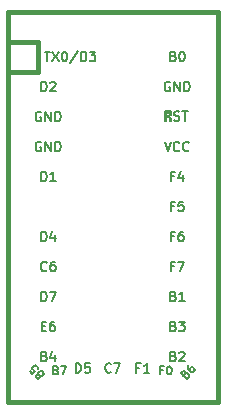
<source format=gto>
%TF.GenerationSoftware,KiCad,Pcbnew,(6.0.1)*%
%TF.CreationDate,2022-02-09T02:20:10+01:00*%
%TF.ProjectId,choc660,63686f63-3636-4302-9e6b-696361645f70,rev?*%
%TF.SameCoordinates,Original*%
%TF.FileFunction,Legend,Top*%
%TF.FilePolarity,Positive*%
%FSLAX46Y46*%
G04 Gerber Fmt 4.6, Leading zero omitted, Abs format (unit mm)*
G04 Created by KiCad (PCBNEW (6.0.1)) date 2022-02-09 02:20:10*
%MOMM*%
%LPD*%
G01*
G04 APERTURE LIST*
%ADD10C,0.150000*%
%ADD11C,0.381000*%
%ADD12R,1.752600X1.752600*%
%ADD13C,1.752600*%
%ADD14C,1.200000*%
%ADD15C,1.700000*%
%ADD16C,3.400000*%
G04 APERTURE END LIST*
D10*
%TO.C,U1*%
X337434690Y-120359607D02*
X337548976Y-120397702D01*
X337587071Y-120435797D01*
X337625166Y-120511988D01*
X337625166Y-120626273D01*
X337587071Y-120702464D01*
X337548976Y-120740559D01*
X337472785Y-120778654D01*
X337168023Y-120778654D01*
X337168023Y-119978654D01*
X337434690Y-119978654D01*
X337510880Y-120016750D01*
X337548976Y-120054845D01*
X337587071Y-120131035D01*
X337587071Y-120207226D01*
X337548976Y-120283416D01*
X337510880Y-120321511D01*
X337434690Y-120359607D01*
X337168023Y-120359607D01*
X337929928Y-120054845D02*
X337968023Y-120016750D01*
X338044214Y-119978654D01*
X338234690Y-119978654D01*
X338310880Y-120016750D01*
X338348976Y-120054845D01*
X338387071Y-120131035D01*
X338387071Y-120207226D01*
X338348976Y-120321511D01*
X337891833Y-120778654D01*
X338387071Y-120778654D01*
X326226976Y-99696750D02*
X326150785Y-99658654D01*
X326036500Y-99658654D01*
X325922214Y-99696750D01*
X325846023Y-99772940D01*
X325807928Y-99849130D01*
X325769833Y-100001511D01*
X325769833Y-100115797D01*
X325807928Y-100268178D01*
X325846023Y-100344369D01*
X325922214Y-100420559D01*
X326036500Y-100458654D01*
X326112690Y-100458654D01*
X326226976Y-100420559D01*
X326265071Y-100382464D01*
X326265071Y-100115797D01*
X326112690Y-100115797D01*
X326607928Y-100458654D02*
X326607928Y-99658654D01*
X327065071Y-100458654D01*
X327065071Y-99658654D01*
X327446023Y-100458654D02*
X327446023Y-99658654D01*
X327636500Y-99658654D01*
X327750785Y-99696750D01*
X327826976Y-99772940D01*
X327865071Y-99849130D01*
X327903166Y-100001511D01*
X327903166Y-100115797D01*
X327865071Y-100268178D01*
X327826976Y-100344369D01*
X327750785Y-100420559D01*
X327636500Y-100458654D01*
X327446023Y-100458654D01*
X337434690Y-115279607D02*
X337548976Y-115317702D01*
X337587071Y-115355797D01*
X337625166Y-115431988D01*
X337625166Y-115546273D01*
X337587071Y-115622464D01*
X337548976Y-115660559D01*
X337472785Y-115698654D01*
X337168023Y-115698654D01*
X337168023Y-114898654D01*
X337434690Y-114898654D01*
X337510880Y-114936750D01*
X337548976Y-114974845D01*
X337587071Y-115051035D01*
X337587071Y-115127226D01*
X337548976Y-115203416D01*
X337510880Y-115241511D01*
X337434690Y-115279607D01*
X337168023Y-115279607D01*
X338387071Y-115698654D02*
X337929928Y-115698654D01*
X338158500Y-115698654D02*
X338158500Y-114898654D01*
X338082309Y-115012940D01*
X338006119Y-115089130D01*
X337929928Y-115127226D01*
X326062491Y-121922452D02*
X326015351Y-121828171D01*
X326015351Y-121781030D01*
X326038921Y-121710320D01*
X326109632Y-121639609D01*
X326180342Y-121616039D01*
X326227483Y-121616039D01*
X326298193Y-121639609D01*
X326486755Y-121828171D01*
X325991780Y-122323146D01*
X325826789Y-122158154D01*
X325803219Y-122087443D01*
X325803219Y-122040303D01*
X325826789Y-121969592D01*
X325873929Y-121922452D01*
X325944640Y-121898882D01*
X325991780Y-121898882D01*
X326062491Y-121922452D01*
X326227483Y-122087443D01*
X325261103Y-121592469D02*
X325496806Y-121828171D01*
X325756078Y-121616039D01*
X325708938Y-121616039D01*
X325638227Y-121592469D01*
X325520376Y-121474617D01*
X325496806Y-121403907D01*
X325496806Y-121356766D01*
X325520376Y-121286056D01*
X325638227Y-121168205D01*
X325708938Y-121144634D01*
X325756078Y-121144634D01*
X325826789Y-121168205D01*
X325944640Y-121286056D01*
X325968210Y-121356766D01*
X325968210Y-121403907D01*
X337434690Y-94959607D02*
X337548976Y-94997702D01*
X337587071Y-95035797D01*
X337625166Y-95111988D01*
X337625166Y-95226273D01*
X337587071Y-95302464D01*
X337548976Y-95340559D01*
X337472785Y-95378654D01*
X337168023Y-95378654D01*
X337168023Y-94578654D01*
X337434690Y-94578654D01*
X337510880Y-94616750D01*
X337548976Y-94654845D01*
X337587071Y-94731035D01*
X337587071Y-94807226D01*
X337548976Y-94883416D01*
X337510880Y-94921511D01*
X337434690Y-94959607D01*
X337168023Y-94959607D01*
X338120404Y-94578654D02*
X338196595Y-94578654D01*
X338272785Y-94616750D01*
X338310880Y-94654845D01*
X338348976Y-94731035D01*
X338387071Y-94883416D01*
X338387071Y-95073892D01*
X338348976Y-95226273D01*
X338310880Y-95302464D01*
X338272785Y-95340559D01*
X338196595Y-95378654D01*
X338120404Y-95378654D01*
X338044214Y-95340559D01*
X338006119Y-95302464D01*
X337968023Y-95226273D01*
X337929928Y-95073892D01*
X337929928Y-94883416D01*
X337968023Y-94731035D01*
X338006119Y-94654845D01*
X338044214Y-94616750D01*
X338120404Y-94578654D01*
X337491833Y-112739607D02*
X337225166Y-112739607D01*
X337225166Y-113158654D02*
X337225166Y-112358654D01*
X337606119Y-112358654D01*
X337834690Y-112358654D02*
X338368023Y-112358654D01*
X338025166Y-113158654D01*
X326284119Y-117819607D02*
X326550785Y-117819607D01*
X326665071Y-118238654D02*
X326284119Y-118238654D01*
X326284119Y-117438654D01*
X326665071Y-117438654D01*
X327350785Y-117438654D02*
X327198404Y-117438654D01*
X327122214Y-117476750D01*
X327084119Y-117514845D01*
X327007928Y-117629130D01*
X326969833Y-117781511D01*
X326969833Y-118086273D01*
X327007928Y-118162464D01*
X327046023Y-118200559D01*
X327122214Y-118238654D01*
X327274595Y-118238654D01*
X327350785Y-118200559D01*
X327388880Y-118162464D01*
X327426976Y-118086273D01*
X327426976Y-117895797D01*
X327388880Y-117819607D01*
X327350785Y-117781511D01*
X327274595Y-117743416D01*
X327122214Y-117743416D01*
X327046023Y-117781511D01*
X327007928Y-117819607D01*
X326969833Y-117895797D01*
X326246023Y-115698654D02*
X326246023Y-114898654D01*
X326436500Y-114898654D01*
X326550785Y-114936750D01*
X326626976Y-115012940D01*
X326665071Y-115089130D01*
X326703166Y-115241511D01*
X326703166Y-115355797D01*
X326665071Y-115508178D01*
X326626976Y-115584369D01*
X326550785Y-115660559D01*
X326436500Y-115698654D01*
X326246023Y-115698654D01*
X326969833Y-114898654D02*
X327503166Y-114898654D01*
X327160309Y-115698654D01*
X327514166Y-121536750D02*
X327614166Y-121570083D01*
X327647500Y-121603416D01*
X327680833Y-121670083D01*
X327680833Y-121770083D01*
X327647500Y-121836750D01*
X327614166Y-121870083D01*
X327547500Y-121903416D01*
X327280833Y-121903416D01*
X327280833Y-121203416D01*
X327514166Y-121203416D01*
X327580833Y-121236750D01*
X327614166Y-121270083D01*
X327647500Y-121336750D01*
X327647500Y-121403416D01*
X327614166Y-121470083D01*
X327580833Y-121503416D01*
X327514166Y-121536750D01*
X327280833Y-121536750D01*
X327914166Y-121203416D02*
X328380833Y-121203416D01*
X328080833Y-121903416D01*
X337148976Y-97156750D02*
X337072785Y-97118654D01*
X336958500Y-97118654D01*
X336844214Y-97156750D01*
X336768023Y-97232940D01*
X336729928Y-97309130D01*
X336691833Y-97461511D01*
X336691833Y-97575797D01*
X336729928Y-97728178D01*
X336768023Y-97804369D01*
X336844214Y-97880559D01*
X336958500Y-97918654D01*
X337034690Y-97918654D01*
X337148976Y-97880559D01*
X337187071Y-97842464D01*
X337187071Y-97575797D01*
X337034690Y-97575797D01*
X337529928Y-97918654D02*
X337529928Y-97118654D01*
X337987071Y-97918654D01*
X337987071Y-97118654D01*
X338368023Y-97918654D02*
X338368023Y-97118654D01*
X338558500Y-97118654D01*
X338672785Y-97156750D01*
X338748976Y-97232940D01*
X338787071Y-97309130D01*
X338825166Y-97461511D01*
X338825166Y-97575797D01*
X338787071Y-97728178D01*
X338748976Y-97804369D01*
X338672785Y-97880559D01*
X338558500Y-97918654D01*
X338368023Y-97918654D01*
X326246023Y-105538654D02*
X326246023Y-104738654D01*
X326436500Y-104738654D01*
X326550785Y-104776750D01*
X326626976Y-104852940D01*
X326665071Y-104929130D01*
X326703166Y-105081511D01*
X326703166Y-105195797D01*
X326665071Y-105348178D01*
X326626976Y-105424369D01*
X326550785Y-105500559D01*
X326436500Y-105538654D01*
X326246023Y-105538654D01*
X327465071Y-105538654D02*
X327007928Y-105538654D01*
X327236500Y-105538654D02*
X327236500Y-104738654D01*
X327160309Y-104852940D01*
X327084119Y-104929130D01*
X327007928Y-104967226D01*
X326703166Y-113082464D02*
X326665071Y-113120559D01*
X326550785Y-113158654D01*
X326474595Y-113158654D01*
X326360309Y-113120559D01*
X326284119Y-113044369D01*
X326246023Y-112968178D01*
X326207928Y-112815797D01*
X326207928Y-112701511D01*
X326246023Y-112549130D01*
X326284119Y-112472940D01*
X326360309Y-112396750D01*
X326474595Y-112358654D01*
X326550785Y-112358654D01*
X326665071Y-112396750D01*
X326703166Y-112434845D01*
X327388880Y-112358654D02*
X327236500Y-112358654D01*
X327160309Y-112396750D01*
X327122214Y-112434845D01*
X327046023Y-112549130D01*
X327007928Y-112701511D01*
X327007928Y-113006273D01*
X327046023Y-113082464D01*
X327084119Y-113120559D01*
X327160309Y-113158654D01*
X327312690Y-113158654D01*
X327388880Y-113120559D01*
X327426976Y-113082464D01*
X327465071Y-113006273D01*
X327465071Y-112815797D01*
X327426976Y-112739607D01*
X327388880Y-112701511D01*
X327312690Y-112663416D01*
X327160309Y-112663416D01*
X327084119Y-112701511D01*
X327046023Y-112739607D01*
X327007928Y-112815797D01*
X336691833Y-102198654D02*
X336958500Y-102998654D01*
X337225166Y-102198654D01*
X337948976Y-102922464D02*
X337910880Y-102960559D01*
X337796595Y-102998654D01*
X337720404Y-102998654D01*
X337606119Y-102960559D01*
X337529928Y-102884369D01*
X337491833Y-102808178D01*
X337453738Y-102655797D01*
X337453738Y-102541511D01*
X337491833Y-102389130D01*
X337529928Y-102312940D01*
X337606119Y-102236750D01*
X337720404Y-102198654D01*
X337796595Y-102198654D01*
X337910880Y-102236750D01*
X337948976Y-102274845D01*
X338748976Y-102922464D02*
X338710880Y-102960559D01*
X338596595Y-102998654D01*
X338520404Y-102998654D01*
X338406119Y-102960559D01*
X338329928Y-102884369D01*
X338291833Y-102808178D01*
X338253738Y-102655797D01*
X338253738Y-102541511D01*
X338291833Y-102389130D01*
X338329928Y-102312940D01*
X338406119Y-102236750D01*
X338520404Y-102198654D01*
X338596595Y-102198654D01*
X338710880Y-102236750D01*
X338748976Y-102274845D01*
X326246023Y-97918654D02*
X326246023Y-97118654D01*
X326436500Y-97118654D01*
X326550785Y-97156750D01*
X326626976Y-97232940D01*
X326665071Y-97309130D01*
X326703166Y-97461511D01*
X326703166Y-97575797D01*
X326665071Y-97728178D01*
X326626976Y-97804369D01*
X326550785Y-97880559D01*
X326436500Y-97918654D01*
X326246023Y-97918654D01*
X327007928Y-97194845D02*
X327046023Y-97156750D01*
X327122214Y-97118654D01*
X327312690Y-97118654D01*
X327388880Y-97156750D01*
X327426976Y-97194845D01*
X327465071Y-97271035D01*
X327465071Y-97347226D01*
X327426976Y-97461511D01*
X326969833Y-97918654D01*
X327465071Y-97918654D01*
X337491833Y-107659607D02*
X337225166Y-107659607D01*
X337225166Y-108078654D02*
X337225166Y-107278654D01*
X337606119Y-107278654D01*
X338291833Y-107278654D02*
X337910880Y-107278654D01*
X337872785Y-107659607D01*
X337910880Y-107621511D01*
X337987071Y-107583416D01*
X338177547Y-107583416D01*
X338253738Y-107621511D01*
X338291833Y-107659607D01*
X338329928Y-107735797D01*
X338329928Y-107926273D01*
X338291833Y-108002464D01*
X338253738Y-108040559D01*
X338177547Y-108078654D01*
X337987071Y-108078654D01*
X337910880Y-108040559D01*
X337872785Y-108002464D01*
X337497286Y-100390559D02*
X337611572Y-100428654D01*
X337802048Y-100428654D01*
X337878239Y-100390559D01*
X337916334Y-100352464D01*
X337954429Y-100276273D01*
X337954429Y-100200083D01*
X337916334Y-100123892D01*
X337878239Y-100085797D01*
X337802048Y-100047702D01*
X337649667Y-100009607D01*
X337573477Y-99971511D01*
X337535381Y-99933416D01*
X337497286Y-99857226D01*
X337497286Y-99781035D01*
X337535381Y-99704845D01*
X337573477Y-99666750D01*
X337649667Y-99628654D01*
X337840143Y-99628654D01*
X337954429Y-99666750D01*
X338183000Y-99628654D02*
X338640143Y-99628654D01*
X338411572Y-100428654D02*
X338411572Y-99628654D01*
X337491833Y-105119607D02*
X337225166Y-105119607D01*
X337225166Y-105538654D02*
X337225166Y-104738654D01*
X337606119Y-104738654D01*
X338253738Y-105005321D02*
X338253738Y-105538654D01*
X338063261Y-104700559D02*
X337872785Y-105271988D01*
X338368023Y-105271988D01*
X326226976Y-102236750D02*
X326150785Y-102198654D01*
X326036500Y-102198654D01*
X325922214Y-102236750D01*
X325846023Y-102312940D01*
X325807928Y-102389130D01*
X325769833Y-102541511D01*
X325769833Y-102655797D01*
X325807928Y-102808178D01*
X325846023Y-102884369D01*
X325922214Y-102960559D01*
X326036500Y-102998654D01*
X326112690Y-102998654D01*
X326226976Y-102960559D01*
X326265071Y-102922464D01*
X326265071Y-102655797D01*
X326112690Y-102655797D01*
X326607928Y-102998654D02*
X326607928Y-102198654D01*
X327065071Y-102998654D01*
X327065071Y-102198654D01*
X327446023Y-102998654D02*
X327446023Y-102198654D01*
X327636500Y-102198654D01*
X327750785Y-102236750D01*
X327826976Y-102312940D01*
X327865071Y-102389130D01*
X327903166Y-102541511D01*
X327903166Y-102655797D01*
X327865071Y-102808178D01*
X327826976Y-102884369D01*
X327750785Y-102960559D01*
X327636500Y-102998654D01*
X327446023Y-102998654D01*
X337491833Y-110199607D02*
X337225166Y-110199607D01*
X337225166Y-110618654D02*
X337225166Y-109818654D01*
X337606119Y-109818654D01*
X338253738Y-109818654D02*
X338101357Y-109818654D01*
X338025166Y-109856750D01*
X337987071Y-109894845D01*
X337910880Y-110009130D01*
X337872785Y-110161511D01*
X337872785Y-110466273D01*
X337910880Y-110542464D01*
X337948976Y-110580559D01*
X338025166Y-110618654D01*
X338177547Y-110618654D01*
X338253738Y-110580559D01*
X338291833Y-110542464D01*
X338329928Y-110466273D01*
X338329928Y-110275797D01*
X338291833Y-110199607D01*
X338253738Y-110161511D01*
X338177547Y-110123416D01*
X338025166Y-110123416D01*
X337948976Y-110161511D01*
X337910880Y-110199607D01*
X337872785Y-110275797D01*
X329167023Y-121748654D02*
X329167023Y-120948654D01*
X329357500Y-120948654D01*
X329471785Y-120986750D01*
X329547976Y-121062940D01*
X329586071Y-121139130D01*
X329624166Y-121291511D01*
X329624166Y-121405797D01*
X329586071Y-121558178D01*
X329547976Y-121634369D01*
X329471785Y-121710559D01*
X329357500Y-121748654D01*
X329167023Y-121748654D01*
X330347976Y-120948654D02*
X329967023Y-120948654D01*
X329928928Y-121329607D01*
X329967023Y-121291511D01*
X330043214Y-121253416D01*
X330233690Y-121253416D01*
X330309880Y-121291511D01*
X330347976Y-121329607D01*
X330386071Y-121405797D01*
X330386071Y-121596273D01*
X330347976Y-121672464D01*
X330309880Y-121710559D01*
X330233690Y-121748654D01*
X330043214Y-121748654D01*
X329967023Y-121710559D01*
X329928928Y-121672464D01*
X332164166Y-121672464D02*
X332126071Y-121710559D01*
X332011785Y-121748654D01*
X331935595Y-121748654D01*
X331821309Y-121710559D01*
X331745119Y-121634369D01*
X331707023Y-121558178D01*
X331668928Y-121405797D01*
X331668928Y-121291511D01*
X331707023Y-121139130D01*
X331745119Y-121062940D01*
X331821309Y-120986750D01*
X331935595Y-120948654D01*
X332011785Y-120948654D01*
X332126071Y-120986750D01*
X332164166Y-121024845D01*
X332430833Y-120948654D02*
X332964166Y-120948654D01*
X332621309Y-121748654D01*
X326512690Y-120359607D02*
X326626976Y-120397702D01*
X326665071Y-120435797D01*
X326703166Y-120511988D01*
X326703166Y-120626273D01*
X326665071Y-120702464D01*
X326626976Y-120740559D01*
X326550785Y-120778654D01*
X326246023Y-120778654D01*
X326246023Y-119978654D01*
X326512690Y-119978654D01*
X326588880Y-120016750D01*
X326626976Y-120054845D01*
X326665071Y-120131035D01*
X326665071Y-120207226D01*
X326626976Y-120283416D01*
X326588880Y-120321511D01*
X326512690Y-120359607D01*
X326246023Y-120359607D01*
X327388880Y-120245321D02*
X327388880Y-120778654D01*
X327198404Y-119940559D02*
X327007928Y-120511988D01*
X327503166Y-120511988D01*
X338461797Y-121851741D02*
X338556078Y-121804601D01*
X338603219Y-121804601D01*
X338673929Y-121828171D01*
X338744640Y-121898882D01*
X338768210Y-121969592D01*
X338768210Y-122016733D01*
X338744640Y-122087443D01*
X338556078Y-122276005D01*
X338061103Y-121781030D01*
X338226095Y-121616039D01*
X338296806Y-121592469D01*
X338343946Y-121592469D01*
X338414657Y-121616039D01*
X338461797Y-121663179D01*
X338485367Y-121733890D01*
X338485367Y-121781030D01*
X338461797Y-121851741D01*
X338296806Y-122016733D01*
X338768210Y-121073924D02*
X338673929Y-121168205D01*
X338650359Y-121238915D01*
X338650359Y-121286056D01*
X338673929Y-121403907D01*
X338744640Y-121521758D01*
X338933202Y-121710320D01*
X339003912Y-121733890D01*
X339051053Y-121733890D01*
X339121764Y-121710320D01*
X339216044Y-121616039D01*
X339239615Y-121545328D01*
X339239615Y-121498188D01*
X339216044Y-121427477D01*
X339098193Y-121309626D01*
X339027483Y-121286056D01*
X338980342Y-121286056D01*
X338909632Y-121309626D01*
X338815351Y-121403907D01*
X338791780Y-121474617D01*
X338791780Y-121521758D01*
X338815351Y-121592469D01*
X334570833Y-121329607D02*
X334304166Y-121329607D01*
X334304166Y-121748654D02*
X334304166Y-120948654D01*
X334685119Y-120948654D01*
X335408928Y-121748654D02*
X334951785Y-121748654D01*
X335180357Y-121748654D02*
X335180357Y-120948654D01*
X335104166Y-121062940D01*
X335027976Y-121139130D01*
X334951785Y-121177226D01*
X337434690Y-117819607D02*
X337548976Y-117857702D01*
X337587071Y-117895797D01*
X337625166Y-117971988D01*
X337625166Y-118086273D01*
X337587071Y-118162464D01*
X337548976Y-118200559D01*
X337472785Y-118238654D01*
X337168023Y-118238654D01*
X337168023Y-117438654D01*
X337434690Y-117438654D01*
X337510880Y-117476750D01*
X337548976Y-117514845D01*
X337587071Y-117591035D01*
X337587071Y-117667226D01*
X337548976Y-117743416D01*
X337510880Y-117781511D01*
X337434690Y-117819607D01*
X337168023Y-117819607D01*
X337891833Y-117438654D02*
X338387071Y-117438654D01*
X338120404Y-117743416D01*
X338234690Y-117743416D01*
X338310880Y-117781511D01*
X338348976Y-117819607D01*
X338387071Y-117895797D01*
X338387071Y-118086273D01*
X338348976Y-118162464D01*
X338310880Y-118200559D01*
X338234690Y-118238654D01*
X338006119Y-118238654D01*
X337929928Y-118200559D01*
X337891833Y-118162464D01*
X336564166Y-121536750D02*
X336330833Y-121536750D01*
X336330833Y-121903416D02*
X336330833Y-121203416D01*
X336664166Y-121203416D01*
X337064166Y-121203416D02*
X337130833Y-121203416D01*
X337197500Y-121236750D01*
X337230833Y-121270083D01*
X337264166Y-121336750D01*
X337297500Y-121470083D01*
X337297500Y-121636750D01*
X337264166Y-121770083D01*
X337230833Y-121836750D01*
X337197500Y-121870083D01*
X337130833Y-121903416D01*
X337064166Y-121903416D01*
X336997500Y-121870083D01*
X336964166Y-121836750D01*
X336930833Y-121770083D01*
X336897500Y-121636750D01*
X336897500Y-121470083D01*
X336930833Y-121336750D01*
X336964166Y-121270083D01*
X336997500Y-121236750D01*
X337064166Y-121203416D01*
X326535151Y-94578654D02*
X326992294Y-94578654D01*
X326763723Y-95378654D02*
X326763723Y-94578654D01*
X327182770Y-94578654D02*
X327716104Y-95378654D01*
X327716104Y-94578654D02*
X327182770Y-95378654D01*
X328173247Y-94578654D02*
X328249437Y-94578654D01*
X328325628Y-94616750D01*
X328363723Y-94654845D01*
X328401818Y-94731035D01*
X328439913Y-94883416D01*
X328439913Y-95073892D01*
X328401818Y-95226273D01*
X328363723Y-95302464D01*
X328325628Y-95340559D01*
X328249437Y-95378654D01*
X328173247Y-95378654D01*
X328097056Y-95340559D01*
X328058961Y-95302464D01*
X328020866Y-95226273D01*
X327982770Y-95073892D01*
X327982770Y-94883416D01*
X328020866Y-94731035D01*
X328058961Y-94654845D01*
X328097056Y-94616750D01*
X328173247Y-94578654D01*
X329354199Y-94540559D02*
X328668485Y-95569130D01*
X329620866Y-95378654D02*
X329620866Y-94578654D01*
X329811342Y-94578654D01*
X329925628Y-94616750D01*
X330001818Y-94692940D01*
X330039913Y-94769130D01*
X330078008Y-94921511D01*
X330078008Y-95035797D01*
X330039913Y-95188178D01*
X330001818Y-95264369D01*
X329925628Y-95340559D01*
X329811342Y-95378654D01*
X329620866Y-95378654D01*
X330344675Y-94578654D02*
X330839913Y-94578654D01*
X330573247Y-94883416D01*
X330687532Y-94883416D01*
X330763723Y-94921511D01*
X330801818Y-94959607D01*
X330839913Y-95035797D01*
X330839913Y-95226273D01*
X330801818Y-95302464D01*
X330763723Y-95340559D01*
X330687532Y-95378654D01*
X330458961Y-95378654D01*
X330382770Y-95340559D01*
X330344675Y-95302464D01*
X326246023Y-110618654D02*
X326246023Y-109818654D01*
X326436500Y-109818654D01*
X326550785Y-109856750D01*
X326626976Y-109932940D01*
X326665071Y-110009130D01*
X326703166Y-110161511D01*
X326703166Y-110275797D01*
X326665071Y-110428178D01*
X326626976Y-110504369D01*
X326550785Y-110580559D01*
X326436500Y-110618654D01*
X326246023Y-110618654D01*
X327388880Y-110085321D02*
X327388880Y-110618654D01*
X327198404Y-109780559D02*
X327007928Y-110351988D01*
X327503166Y-110351988D01*
D11*
X325947500Y-93746750D02*
X323407500Y-93746750D01*
X341187500Y-91206750D02*
X323407500Y-91206750D01*
X341187500Y-124226750D02*
X341187500Y-93746750D01*
X325947500Y-93746750D02*
X325947500Y-96286750D01*
X341187500Y-93746750D02*
X341187500Y-91206750D01*
X323407500Y-91206750D02*
X323407500Y-93746750D01*
X325947500Y-96286750D02*
X323407500Y-96286750D01*
X323407500Y-124226750D02*
X341187500Y-124226750D01*
X323407500Y-93746750D02*
X323407500Y-124226750D01*
D10*
X337229068Y-99626110D02*
X337229068Y-99726110D01*
X337229068Y-99726110D02*
X336729068Y-99726110D01*
X336729068Y-99726110D02*
X336729068Y-99626110D01*
X336729068Y-99626110D02*
X337229068Y-99626110D01*
G36*
X337229068Y-99726110D02*
G01*
X336729068Y-99726110D01*
X336729068Y-99626110D01*
X337229068Y-99626110D01*
X337229068Y-99726110D01*
G37*
X337229068Y-99726110D02*
X336729068Y-99726110D01*
X336729068Y-99626110D01*
X337229068Y-99626110D01*
X337229068Y-99726110D01*
X337229068Y-99626110D02*
X337229068Y-99926110D01*
X337229068Y-99926110D02*
X337129068Y-99926110D01*
X337129068Y-99926110D02*
X337129068Y-99626110D01*
X337129068Y-99626110D02*
X337229068Y-99626110D01*
G36*
X337229068Y-99926110D02*
G01*
X337129068Y-99926110D01*
X337129068Y-99626110D01*
X337229068Y-99626110D01*
X337229068Y-99926110D01*
G37*
X337229068Y-99926110D02*
X337129068Y-99926110D01*
X337129068Y-99626110D01*
X337229068Y-99626110D01*
X337229068Y-99926110D01*
X336829068Y-99626110D02*
X336829068Y-100426110D01*
X336829068Y-100426110D02*
X336729068Y-100426110D01*
X336729068Y-100426110D02*
X336729068Y-99626110D01*
X336729068Y-99626110D02*
X336829068Y-99626110D01*
G36*
X336829068Y-100426110D02*
G01*
X336729068Y-100426110D01*
X336729068Y-99626110D01*
X336829068Y-99626110D01*
X336829068Y-100426110D01*
G37*
X336829068Y-100426110D02*
X336729068Y-100426110D01*
X336729068Y-99626110D01*
X336829068Y-99626110D01*
X336829068Y-100426110D01*
X337229068Y-100226110D02*
X337229068Y-100426110D01*
X337229068Y-100426110D02*
X337129068Y-100426110D01*
X337129068Y-100426110D02*
X337129068Y-100226110D01*
X337129068Y-100226110D02*
X337229068Y-100226110D01*
G36*
X337229068Y-100426110D02*
G01*
X337129068Y-100426110D01*
X337129068Y-100226110D01*
X337229068Y-100226110D01*
X337229068Y-100426110D01*
G37*
X337229068Y-100426110D02*
X337129068Y-100426110D01*
X337129068Y-100226110D01*
X337229068Y-100226110D01*
X337229068Y-100426110D01*
X337029068Y-100026110D02*
X337029068Y-100126110D01*
X337029068Y-100126110D02*
X336929068Y-100126110D01*
X336929068Y-100126110D02*
X336929068Y-100026110D01*
X336929068Y-100026110D02*
X337029068Y-100026110D01*
G36*
X337029068Y-100126110D02*
G01*
X336929068Y-100126110D01*
X336929068Y-100026110D01*
X337029068Y-100026110D01*
X337029068Y-100126110D01*
G37*
X337029068Y-100126110D02*
X336929068Y-100126110D01*
X336929068Y-100026110D01*
X337029068Y-100026110D01*
X337029068Y-100126110D01*
%TD*%
D12*
%TO.C,U1*%
X324677500Y-95016750D03*
D13*
X324677500Y-97556750D03*
X324677500Y-100096750D03*
X324677500Y-102636750D03*
X324677500Y-105176750D03*
X324677500Y-107716750D03*
X324677500Y-110256750D03*
X324677500Y-112796750D03*
X324677500Y-115336750D03*
X324677500Y-117876750D03*
X324677500Y-120416750D03*
X324906100Y-122956750D03*
X339917500Y-122956750D03*
X339917500Y-120416750D03*
X339917500Y-117876750D03*
X339917500Y-115336750D03*
X339917500Y-112796750D03*
X339917500Y-110256750D03*
X339917500Y-107716750D03*
X339917500Y-105176750D03*
X339917500Y-102636750D03*
X339917500Y-100096750D03*
X339917500Y-97556750D03*
X339917500Y-95016750D03*
X327217500Y-122956750D03*
X329757500Y-122956750D03*
X332297500Y-122956750D03*
X334837500Y-122956750D03*
X337377500Y-122956750D03*
%TD*%
%LPC*%
D14*
%TO.C,SW26*%
X152577500Y-103700000D03*
D15*
X152297500Y-99500000D03*
X163297500Y-99500000D03*
D16*
X157797500Y-99500000D03*
%TD*%
%TO.C,SW18*%
X135297500Y-133500000D03*
D15*
X140797500Y-133500000D03*
X129797500Y-133500000D03*
D14*
X130077500Y-137700000D03*
%TD*%
D16*
%TO.C,SW25*%
X171297500Y-167500000D03*
D14*
X166077500Y-171700000D03*
D15*
X176797500Y-167500000D03*
X165797500Y-167500000D03*
%TD*%
D16*
%TO.C,SW54*%
X270297500Y-150500000D03*
D15*
X275797500Y-150500000D03*
X264797500Y-150500000D03*
D14*
X265077500Y-154700000D03*
%TD*%
%TO.C,SW45*%
X265077500Y-171700000D03*
D16*
X270297500Y-167500000D03*
D15*
X275797500Y-167500000D03*
X264797500Y-167500000D03*
%TD*%
%TO.C,SW63*%
X307297500Y-133500000D03*
D16*
X301797500Y-133500000D03*
D14*
X296577500Y-137700000D03*
D15*
X296297500Y-133500000D03*
%TD*%
%TO.C,SW55*%
X320297500Y-167500000D03*
X309297500Y-167500000D03*
D16*
X314797500Y-167500000D03*
D14*
X309577500Y-171700000D03*
%TD*%
D15*
%TO.C,SW35*%
X235297500Y-167500000D03*
D14*
X224577500Y-171700000D03*
D16*
X229797500Y-167500000D03*
D15*
X224297500Y-167500000D03*
%TD*%
%TO.C,SW61*%
X278297500Y-99500000D03*
D16*
X283797500Y-99500000D03*
D15*
X289297500Y-99500000D03*
D14*
X278577500Y-103700000D03*
%TD*%
D16*
%TO.C,SW64*%
X332797500Y-150500000D03*
D14*
X327577500Y-154700000D03*
D15*
X338297500Y-150500000D03*
X327297500Y-150500000D03*
%TD*%
D14*
%TO.C,SW11*%
X98577500Y-103700000D03*
D15*
X109297500Y-99500000D03*
D16*
X103797500Y-99500000D03*
D15*
X98297500Y-99500000D03*
%TD*%
D14*
%TO.C,SW49*%
X247077500Y-154700000D03*
D16*
X252297500Y-150500000D03*
D15*
X246797500Y-150500000D03*
X257797500Y-150500000D03*
%TD*%
%TO.C,SW19*%
X138797500Y-150500000D03*
X149797500Y-150500000D03*
D14*
X139077500Y-154700000D03*
D16*
X144297500Y-150500000D03*
%TD*%
D15*
%TO.C,SW31*%
X181297500Y-99500000D03*
X170297500Y-99500000D03*
D16*
X175797500Y-99500000D03*
D14*
X170577500Y-103700000D03*
%TD*%
D15*
%TO.C,SW17*%
X125297500Y-116500000D03*
X136297500Y-116500000D03*
D16*
X130797500Y-116500000D03*
D14*
X125577500Y-120700000D03*
%TD*%
D16*
%TO.C,SW16*%
X121797500Y-99500000D03*
D15*
X116297500Y-99500000D03*
X127297500Y-99500000D03*
D14*
X116577500Y-103700000D03*
%TD*%
D16*
%TO.C,SW66*%
X306297500Y-99500000D03*
D15*
X311797500Y-99500000D03*
D14*
X301077500Y-103700000D03*
D15*
X300797500Y-99500000D03*
%TD*%
D14*
%TO.C,SW32*%
X179577500Y-120700000D03*
D15*
X179297500Y-116500000D03*
D16*
X184797500Y-116500000D03*
D15*
X190297500Y-116500000D03*
%TD*%
D14*
%TO.C,SW62*%
X287577500Y-120700000D03*
D15*
X287297500Y-116500000D03*
X298297500Y-116500000D03*
D16*
X292797500Y-116500000D03*
%TD*%
%TO.C,SW47*%
X238797500Y-116500000D03*
D15*
X233297500Y-116500000D03*
X244297500Y-116500000D03*
D14*
X233577500Y-120700000D03*
%TD*%
D15*
%TO.C,SW34*%
X203797500Y-150500000D03*
D14*
X193077500Y-154700000D03*
D16*
X198297500Y-150500000D03*
D15*
X192797500Y-150500000D03*
%TD*%
%TO.C,SW52*%
X251297500Y-116500000D03*
D16*
X256797500Y-116500000D03*
D14*
X251577500Y-120700000D03*
D15*
X262297500Y-116500000D03*
%TD*%
D14*
%TO.C,SW20*%
X139077500Y-171700000D03*
D15*
X138797500Y-167500000D03*
D16*
X144297500Y-167500000D03*
D15*
X149797500Y-167500000D03*
%TD*%
D14*
%TO.C,SW38*%
X202077500Y-137700000D03*
D16*
X207297500Y-133500000D03*
D15*
X212797500Y-133500000D03*
X201797500Y-133500000D03*
%TD*%
D14*
%TO.C,SW56*%
X260577500Y-103700000D03*
D16*
X265797500Y-99500000D03*
D15*
X271297500Y-99500000D03*
X260297500Y-99500000D03*
%TD*%
D14*
%TO.C,SW2*%
X67077500Y-120700000D03*
D15*
X77797500Y-116500000D03*
X66797500Y-116500000D03*
D16*
X72297500Y-116500000D03*
%TD*%
D15*
%TO.C,SW43*%
X219797500Y-133500000D03*
D14*
X220077500Y-137700000D03*
D16*
X225297500Y-133500000D03*
D15*
X230797500Y-133500000D03*
%TD*%
%TO.C,SW7*%
X89297500Y-116500000D03*
D16*
X94797500Y-116500000D03*
D14*
X89577500Y-120700000D03*
D15*
X100297500Y-116500000D03*
%TD*%
D14*
%TO.C,SW12*%
X107577500Y-120700000D03*
D15*
X118297500Y-116500000D03*
X107297500Y-116500000D03*
D16*
X112797500Y-116500000D03*
%TD*%
D15*
%TO.C,SW58*%
X273797500Y-133500000D03*
D16*
X279297500Y-133500000D03*
D14*
X274077500Y-137700000D03*
D15*
X284797500Y-133500000D03*
%TD*%
D14*
%TO.C,SW22*%
X143577500Y-120700000D03*
D16*
X148797500Y-116500000D03*
D15*
X154297500Y-116500000D03*
X143297500Y-116500000D03*
%TD*%
%TO.C,SW1*%
X73297500Y-99500000D03*
D16*
X67797500Y-99500000D03*
D14*
X62577500Y-103700000D03*
D15*
X62297500Y-99500000D03*
%TD*%
D14*
%TO.C,SW10*%
X98577500Y-171700000D03*
D15*
X98297500Y-167500000D03*
D16*
X103797500Y-167500000D03*
D15*
X109297500Y-167500000D03*
%TD*%
%TO.C,SW24*%
X167797500Y-150500000D03*
D16*
X162297500Y-150500000D03*
D15*
X156797500Y-150500000D03*
D14*
X157077500Y-154700000D03*
%TD*%
D15*
%TO.C,SW30*%
X208297500Y-167500000D03*
X197297500Y-167500000D03*
D14*
X197577500Y-171700000D03*
D16*
X202797500Y-167500000D03*
%TD*%
D15*
%TO.C,SW67*%
X316297500Y-116500000D03*
X305297500Y-116500000D03*
D16*
X310797500Y-116500000D03*
D14*
X305577500Y-120700000D03*
%TD*%
D15*
%TO.C,SW44*%
X228797500Y-150500000D03*
D14*
X229077500Y-154700000D03*
D15*
X239797500Y-150500000D03*
D16*
X234297500Y-150500000D03*
%TD*%
D15*
%TO.C,SW50*%
X293797500Y-167500000D03*
D14*
X283077500Y-171700000D03*
D16*
X288297500Y-167500000D03*
D15*
X282797500Y-167500000D03*
%TD*%
D14*
%TO.C,SW29*%
X175077500Y-154700000D03*
D15*
X185797500Y-150500000D03*
X174797500Y-150500000D03*
D16*
X180297500Y-150500000D03*
%TD*%
D14*
%TO.C,SW28*%
X166077500Y-137700000D03*
D15*
X176797500Y-133500000D03*
D16*
X171297500Y-133500000D03*
D15*
X165797500Y-133500000D03*
%TD*%
%TO.C,SW40*%
X257797500Y-167500000D03*
X246797500Y-167500000D03*
D16*
X252297500Y-167500000D03*
D14*
X247077500Y-171700000D03*
%TD*%
D16*
%TO.C,SW13*%
X117297500Y-133500000D03*
D14*
X112077500Y-137700000D03*
D15*
X111797500Y-133500000D03*
X122797500Y-133500000D03*
%TD*%
D16*
%TO.C,SW68*%
X350797500Y-99500000D03*
D15*
X356297500Y-99500000D03*
D14*
X345577500Y-103700000D03*
D15*
X345297500Y-99500000D03*
%TD*%
%TO.C,SW59*%
X298297500Y-150500000D03*
D14*
X287577500Y-154700000D03*
D15*
X287297500Y-150500000D03*
D16*
X292797500Y-150500000D03*
%TD*%
D14*
%TO.C,SW37*%
X197577500Y-120700000D03*
D15*
X197297500Y-116500000D03*
D16*
X202797500Y-116500000D03*
D15*
X208297500Y-116500000D03*
%TD*%
%TO.C,SW3*%
X71297500Y-133500000D03*
D16*
X76797500Y-133500000D03*
D15*
X82297500Y-133500000D03*
D14*
X71577500Y-137700000D03*
%TD*%
D16*
%TO.C,SW53*%
X261297500Y-133500000D03*
D14*
X256077500Y-137700000D03*
D15*
X266797500Y-133500000D03*
X255797500Y-133500000D03*
%TD*%
D16*
%TO.C,SW60*%
X332797500Y-167500000D03*
D14*
X327577500Y-171700000D03*
D15*
X338297500Y-167500000D03*
X327297500Y-167500000D03*
%TD*%
%TO.C,SW6*%
X91297500Y-99500000D03*
X80297500Y-99500000D03*
D14*
X80577500Y-103700000D03*
D16*
X85797500Y-99500000D03*
%TD*%
D14*
%TO.C,SW51*%
X242577500Y-103700000D03*
D16*
X247797500Y-99500000D03*
D15*
X242297500Y-99500000D03*
X253297500Y-99500000D03*
%TD*%
D16*
%TO.C,SW46*%
X229797500Y-99500000D03*
D15*
X235297500Y-99500000D03*
D14*
X224577500Y-103700000D03*
D15*
X224297500Y-99500000D03*
%TD*%
%TO.C,SW57*%
X280297500Y-116500000D03*
X269297500Y-116500000D03*
D14*
X269577500Y-120700000D03*
D16*
X274797500Y-116500000D03*
%TD*%
D15*
%TO.C,SW33*%
X183797500Y-133500000D03*
D16*
X189297500Y-133500000D03*
D15*
X194797500Y-133500000D03*
D14*
X184077500Y-137700000D03*
%TD*%
%TO.C,SW42*%
X215577500Y-120700000D03*
D16*
X220797500Y-116500000D03*
D15*
X215297500Y-116500000D03*
X226297500Y-116500000D03*
%TD*%
%TO.C,SW27*%
X161297500Y-116500000D03*
D14*
X161577500Y-120700000D03*
D15*
X172297500Y-116500000D03*
D16*
X166797500Y-116500000D03*
%TD*%
%TO.C,SW36*%
X193797500Y-99500000D03*
D15*
X188297500Y-99500000D03*
X199297500Y-99500000D03*
D14*
X188577500Y-103700000D03*
%TD*%
D15*
%TO.C,SW5*%
X80297500Y-167500000D03*
D16*
X85797500Y-167500000D03*
D14*
X80577500Y-171700000D03*
D15*
X91297500Y-167500000D03*
%TD*%
%TO.C,SW14*%
X131797500Y-150500000D03*
X120797500Y-150500000D03*
D16*
X126297500Y-150500000D03*
D14*
X121077500Y-154700000D03*
%TD*%
D15*
%TO.C,SW8*%
X104797500Y-133500000D03*
D16*
X99297500Y-133500000D03*
D14*
X94077500Y-137700000D03*
D15*
X93797500Y-133500000D03*
%TD*%
D14*
%TO.C,SW48*%
X238077500Y-137700000D03*
D15*
X248797500Y-133500000D03*
X237797500Y-133500000D03*
D16*
X243297500Y-133500000D03*
%TD*%
D15*
%TO.C,SW9*%
X102797500Y-150500000D03*
D14*
X103077500Y-154700000D03*
D15*
X113797500Y-150500000D03*
D16*
X108297500Y-150500000D03*
%TD*%
D15*
%TO.C,SW69*%
X356297500Y-116500000D03*
X345297500Y-116500000D03*
D14*
X345577500Y-120700000D03*
D16*
X350797500Y-116500000D03*
%TD*%
D12*
%TO.C,U1*%
X324677500Y-95016750D03*
D13*
X324677500Y-97556750D03*
X324677500Y-100096750D03*
X324677500Y-102636750D03*
X324677500Y-105176750D03*
X324677500Y-107716750D03*
X324677500Y-110256750D03*
X324677500Y-112796750D03*
X324677500Y-115336750D03*
X324677500Y-117876750D03*
X324677500Y-120416750D03*
X324906100Y-122956750D03*
X339917500Y-122956750D03*
X339917500Y-120416750D03*
X339917500Y-117876750D03*
X339917500Y-115336750D03*
X339917500Y-112796750D03*
X339917500Y-110256750D03*
X339917500Y-107716750D03*
X339917500Y-105176750D03*
X339917500Y-102636750D03*
X339917500Y-100096750D03*
X339917500Y-97556750D03*
X339917500Y-95016750D03*
X327217500Y-122956750D03*
X329757500Y-122956750D03*
X332297500Y-122956750D03*
X334837500Y-122956750D03*
X337377500Y-122956750D03*
%TD*%
D16*
%TO.C,SW21*%
X139797500Y-99500000D03*
D15*
X145297500Y-99500000D03*
X134297500Y-99500000D03*
D14*
X134577500Y-103700000D03*
%TD*%
D15*
%TO.C,SW41*%
X206297500Y-99500000D03*
D14*
X206577500Y-103700000D03*
D15*
X217297500Y-99500000D03*
D16*
X211797500Y-99500000D03*
%TD*%
%TO.C,SW39*%
X216297500Y-150500000D03*
D15*
X210797500Y-150500000D03*
D14*
X211077500Y-154700000D03*
D15*
X221797500Y-150500000D03*
%TD*%
%TO.C,SW23*%
X147797500Y-133500000D03*
D14*
X148077500Y-137700000D03*
D16*
X153297500Y-133500000D03*
D15*
X158797500Y-133500000D03*
%TD*%
D16*
%TO.C,SW15*%
X121797500Y-167500000D03*
D14*
X116577500Y-171700000D03*
D15*
X116297500Y-167500000D03*
X127297500Y-167500000D03*
%TD*%
D14*
%TO.C,SW65*%
X345577500Y-171700000D03*
D15*
X356297500Y-167500000D03*
D16*
X350797500Y-167500000D03*
D15*
X345297500Y-167500000D03*
%TD*%
%TO.C,SW4*%
X80297500Y-150500000D03*
X91297500Y-150500000D03*
D14*
X80577500Y-154700000D03*
D16*
X85797500Y-150500000D03*
%TD*%
M02*

</source>
